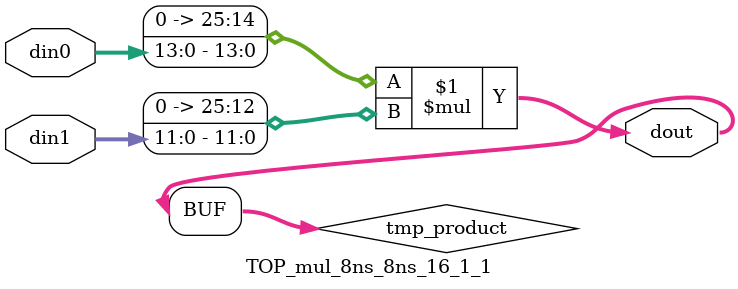
<source format=v>

`timescale 1 ns / 1 ps

  module TOP_mul_8ns_8ns_16_1_1(din0, din1, dout);
parameter ID = 1;
parameter NUM_STAGE = 0;
parameter din0_WIDTH = 14;
parameter din1_WIDTH = 12;
parameter dout_WIDTH = 26;

input [din0_WIDTH - 1 : 0] din0; 
input [din1_WIDTH - 1 : 0] din1; 
output [dout_WIDTH - 1 : 0] dout;

wire signed [dout_WIDTH - 1 : 0] tmp_product;










assign tmp_product = $signed({1'b0, din0}) * $signed({1'b0, din1});











assign dout = tmp_product;







endmodule

</source>
